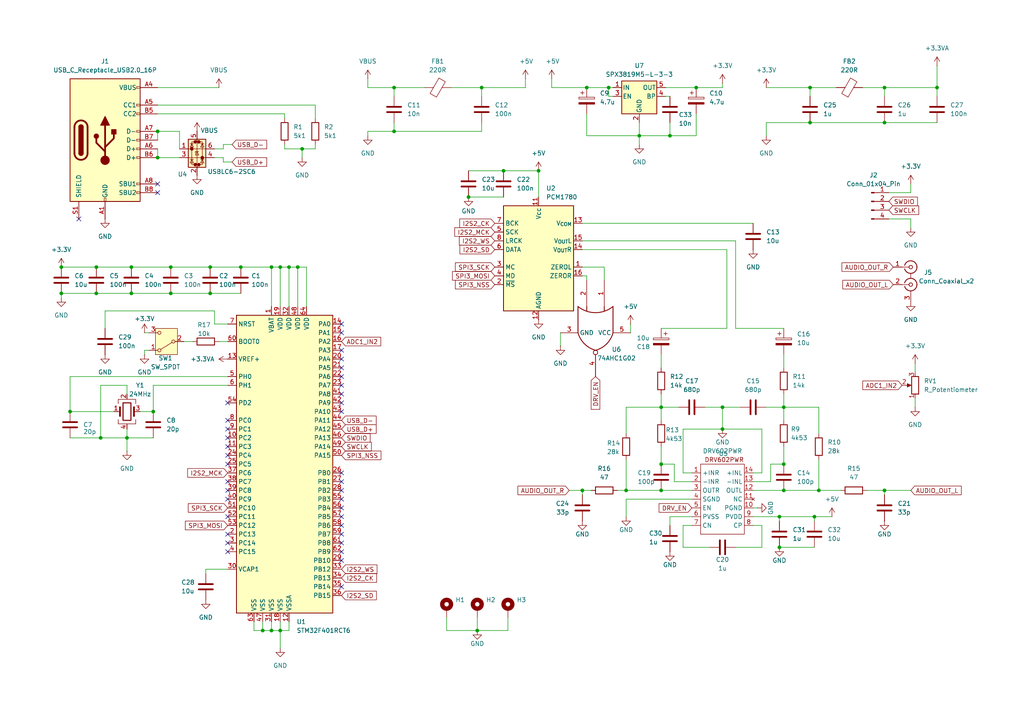
<source format=kicad_sch>
(kicad_sch (version 20231120) (generator "eeschema") (generator_version "8.0")
  (paper "A4")
  (title_block (title "STM32F4 USB Stereo Audio DAC") (date "2024-11-02") (rev "0.1") (company "n-acko"))
  (junction (at 49.53 77.47))
  (junction (at 191.77 118.11))
  (junction (at 17.78 77.47))
  (junction (at 226.06 149.86))
  (junction (at 38.1 85.09))
  (junction (at 38.1 77.47))
  (junction (at 138.43 182.88))
  (junction (at 209.55 124.46))
  (junction (at 17.78 85.09))
  (junction (at 83.82 77.47))
  (junction (at 139.7 25.4))
  (junction (at 60.96 85.09))
  (junction (at 201.93 25.4))
  (junction (at 27.94 85.09))
  (junction (at 191.77 142.24))
  (junction (at 20.32 119.38))
  (junction (at 146.05 49.53))
  (junction (at 78.74 77.47))
  (junction (at 81.28 77.47))
  (junction (at 234.95 35.56))
  (junction (at 156.21 49.53))
  (junction (at 209.55 118.11))
  (junction (at 256.54 35.56))
  (junction (at 135.89 57.15))
  (junction (at 36.83 127))
  (junction (at 256.54 142.24))
  (junction (at 86.36 77.47))
  (junction (at 191.77 134.62))
  (junction (at 81.28 182.88))
  (junction (at 49.53 85.09))
  (junction (at 237.49 142.24))
  (junction (at 170.18 25.4))
  (junction (at 27.94 77.47))
  (junction (at 44.45 119.38))
  (junction (at 29.21 127))
  (junction (at 45.72 45.72))
  (junction (at 227.33 118.11))
  (junction (at 87.63 43.18))
  (junction (at 227.33 134.62))
  (junction (at 181.61 142.24))
  (junction (at 114.3 38.1))
  (junction (at 226.06 158.75))
  (junction (at 227.33 142.24))
  (junction (at 114.3 25.4))
  (junction (at 271.78 25.4))
  (junction (at 256.54 25.4))
  (junction (at 76.2 182.88))
  (junction (at 194.31 39.37))
  (junction (at 60.96 77.47))
  (junction (at 45.72 38.1))
  (junction (at 78.74 182.88))
  (junction (at 176.53 25.4))
  (junction (at 69.85 77.47))
  (junction (at 236.22 149.86))
  (junction (at 185.42 39.37))
  (junction (at 168.91 142.24))
  (junction (at 234.95 25.4))
  (no_connect (at 99.06 116.84))
  (no_connect (at 99.06 93.98))
  (no_connect (at 99.06 139.7))
  (no_connect (at 99.06 111.76))
  (no_connect (at 66.04 127))
  (no_connect (at 99.06 101.6))
  (no_connect (at 99.06 147.32))
  (no_connect (at 66.04 154.94))
  (no_connect (at 66.04 134.62))
  (no_connect (at 66.04 157.48))
  (no_connect (at 66.04 124.46))
  (no_connect (at 66.04 116.84))
  (no_connect (at 66.04 129.54))
  (no_connect (at 99.06 157.48))
  (no_connect (at 99.06 104.14))
  (no_connect (at 66.04 121.92))
  (no_connect (at 99.06 170.18))
  (no_connect (at 99.06 144.78))
  (no_connect (at 99.06 149.86))
  (no_connect (at 99.06 154.94))
  (no_connect (at 45.72 53.34))
  (no_connect (at 99.06 109.22))
  (no_connect (at 99.06 152.4))
  (no_connect (at 45.72 55.88))
  (no_connect (at 66.04 132.08))
  (no_connect (at 99.06 162.56))
  (no_connect (at 22.86 63.5))
  (no_connect (at 66.04 142.24))
  (no_connect (at 66.04 160.02))
  (no_connect (at 66.04 139.7))
  (no_connect (at 99.06 137.16))
  (no_connect (at 99.06 96.52))
  (no_connect (at 99.06 106.68))
  (no_connect (at 66.04 144.78))
  (no_connect (at 99.06 142.24))
  (no_connect (at 99.06 160.02))
  (no_connect (at 66.04 149.86))
  (no_connect (at 99.06 119.38))
  (no_connect (at 99.06 114.3))
  (wire (pts (xy 73.66 182.88) (xy 76.2 182.88)))
  (wire (pts (xy 201.93 39.37) (xy 201.93 33.02)))
  (wire (pts (xy 29.21 111.76) (xy 29.21 127)))
  (wire (pts (xy 220.98 137.16) (xy 220.98 124.46)))
  (wire (pts (xy 62.23 90.17) (xy 62.23 93.98)))
  (wire (pts (xy 256.54 142.24) (xy 256.54 143.51)))
  (wire (pts (xy 194.31 149.86) (xy 194.31 152.4)))
  (wire (pts (xy 87.63 43.18) (xy 87.63 45.72)))
  (wire (pts (xy 170.18 25.4) (xy 176.53 25.4)))
  (wire (pts (xy 237.49 142.24) (xy 237.49 133.35)))
  (wire (pts (xy 60.96 77.47) (xy 69.85 77.47)))
  (wire (pts (xy 20.32 109.22) (xy 66.04 109.22)))
  (wire (pts (xy 106.68 25.4) (xy 114.3 25.4)))
  (wire (pts (xy 78.74 77.47) (xy 81.28 77.47)))
  (wire (pts (xy 81.28 182.88) (xy 81.28 187.96)))
  (wire (pts (xy 129.54 182.88) (xy 138.43 182.88)))
  (wire (pts (xy 59.69 165.1) (xy 59.69 166.37)))
  (wire (pts (xy 139.7 25.4) (xy 152.4 25.4)))
  (wire (pts (xy 147.32 179.07) (xy 147.32 182.88)))
  (wire (pts (xy 114.3 38.1) (xy 106.68 38.1)))
  (wire (pts (xy 226.06 158.75) (xy 236.22 158.75)))
  (wire (pts (xy 234.95 35.56) (xy 256.54 35.56)))
  (wire (pts (xy 264.16 53.34) (xy 264.16 55.88)))
  (wire (pts (xy 194.31 27.94) (xy 193.04 27.94)))
  (wire (pts (xy 168.91 80.01) (xy 170.18 80.01)))
  (wire (pts (xy 45.72 30.48) (xy 91.44 30.48)))
  (wire (pts (xy 78.74 77.47) (xy 78.74 88.9)))
  (wire (pts (xy 234.95 25.4) (xy 234.95 27.94)))
  (wire (pts (xy 181.61 149.86) (xy 181.61 144.78)))
  (wire (pts (xy 63.5 99.06) (xy 66.04 99.06)))
  (wire (pts (xy 64.77 45.72) (xy 64.77 46.99)))
  (wire (pts (xy 218.44 149.86) (xy 226.06 149.86)))
  (wire (pts (xy 170.18 39.37) (xy 170.18 33.02)))
  (wire (pts (xy 209.55 24.13) (xy 209.55 25.4)))
  (wire (pts (xy 237.49 118.11) (xy 227.33 118.11)))
  (wire (pts (xy 45.72 43.18) (xy 45.72 45.72)))
  (wire (pts (xy 45.72 45.72) (xy 52.07 45.72)))
  (wire (pts (xy 218.44 137.16) (xy 220.98 137.16)))
  (wire (pts (xy 91.44 30.48) (xy 91.44 34.29)))
  (wire (pts (xy 175.26 77.47) (xy 175.26 81.28)))
  (wire (pts (xy 218.44 142.24) (xy 227.33 142.24)))
  (wire (pts (xy 181.61 142.24) (xy 181.61 133.35)))
  (wire (pts (xy 156.21 49.53) (xy 156.21 57.15)))
  (wire (pts (xy 168.91 69.85) (xy 213.36 69.85)))
  (wire (pts (xy 236.22 149.86) (xy 241.3 149.86)))
  (wire (pts (xy 114.3 25.4) (xy 114.3 27.94)))
  (wire (pts (xy 17.78 85.09) (xy 27.94 85.09)))
  (wire (pts (xy 227.33 114.3) (xy 227.33 118.11)))
  (wire (pts (xy 135.89 57.15) (xy 146.05 57.15)))
  (wire (pts (xy 227.33 102.87) (xy 227.33 106.68)))
  (wire (pts (xy 256.54 35.56) (xy 271.78 35.56)))
  (wire (pts (xy 191.77 129.54) (xy 191.77 134.62)))
  (wire (pts (xy 200.66 142.24) (xy 191.77 142.24)))
  (wire (pts (xy 62.23 93.98) (xy 66.04 93.98)))
  (wire (pts (xy 76.2 182.88) (xy 78.74 182.88)))
  (wire (pts (xy 64.77 41.91) (xy 67.31 41.91)))
  (wire (pts (xy 82.55 43.18) (xy 87.63 43.18)))
  (wire (pts (xy 38.1 85.09) (xy 49.53 85.09)))
  (wire (pts (xy 29.21 127) (xy 36.83 127)))
  (wire (pts (xy 36.83 127) (xy 36.83 130.81)))
  (wire (pts (xy 237.49 125.73) (xy 237.49 118.11)))
  (wire (pts (xy 182.88 93.98) (xy 182.88 96.52)))
  (wire (pts (xy 45.72 33.02) (xy 82.55 33.02)))
  (wire (pts (xy 210.82 72.39) (xy 210.82 95.25)))
  (wire (pts (xy 62.23 43.18) (xy 64.77 43.18)))
  (wire (pts (xy 160.02 22.86) (xy 160.02 25.4)))
  (wire (pts (xy 62.23 45.72) (xy 64.77 45.72)))
  (wire (pts (xy 218.44 139.7) (xy 223.52 139.7)))
  (wire (pts (xy 222.25 35.56) (xy 222.25 39.37)))
  (wire (pts (xy 168.91 142.24) (xy 165.1 142.24)))
  (wire (pts (xy 36.83 127) (xy 44.45 127)))
  (wire (pts (xy 185.42 39.37) (xy 194.31 39.37)))
  (wire (pts (xy 201.93 25.4) (xy 209.55 25.4)))
  (wire (pts (xy 213.36 69.85) (xy 213.36 95.25)))
  (wire (pts (xy 200.66 152.4) (xy 198.12 152.4)))
  (wire (pts (xy 185.42 39.37) (xy 185.42 41.91)))
  (wire (pts (xy 17.78 85.09) (xy 17.78 86.36)))
  (wire (pts (xy 20.32 109.22) (xy 20.32 119.38)))
  (wire (pts (xy 69.85 77.47) (xy 78.74 77.47)))
  (wire (pts (xy 52.07 38.1) (xy 52.07 43.18)))
  (wire (pts (xy 135.89 49.53) (xy 146.05 49.53)))
  (wire (pts (xy 138.43 179.07) (xy 138.43 182.88)))
  (wire (pts (xy 53.34 99.06) (xy 55.88 99.06)))
  (wire (pts (xy 220.98 152.4) (xy 218.44 152.4)))
  (wire (pts (xy 87.63 43.18) (xy 91.44 43.18)))
  (wire (pts (xy 162.56 96.52) (xy 162.56 100.33)))
  (wire (pts (xy 168.91 142.24) (xy 168.91 143.51)))
  (wire (pts (xy 45.72 38.1) (xy 45.72 40.64)))
  (wire (pts (xy 171.45 142.24) (xy 168.91 142.24)))
  (wire (pts (xy 194.31 149.86) (xy 200.66 149.86)))
  (wire (pts (xy 33.02 119.38) (xy 20.32 119.38)))
  (wire (pts (xy 227.33 142.24) (xy 237.49 142.24)))
  (wire (pts (xy 200.66 139.7) (xy 195.58 139.7)))
  (wire (pts (xy 62.23 90.17) (xy 30.48 90.17)))
  (wire (pts (xy 114.3 38.1) (xy 139.7 38.1)))
  (wire (pts (xy 106.68 38.1) (xy 106.68 39.37)))
  (wire (pts (xy 73.66 180.34) (xy 73.66 182.88)))
  (wire (pts (xy 76.2 180.34) (xy 76.2 182.88)))
  (wire (pts (xy 160.02 25.4) (xy 170.18 25.4)))
  (wire (pts (xy 41.91 96.52) (xy 43.18 96.52)))
  (wire (pts (xy 213.36 95.25) (xy 227.33 95.25)))
  (wire (pts (xy 44.45 111.76) (xy 66.04 111.76)))
  (wire (pts (xy 198.12 152.4) (xy 198.12 158.75)))
  (wire (pts (xy 191.77 118.11) (xy 196.85 118.11)))
  (wire (pts (xy 170.18 80.01) (xy 170.18 81.28)))
  (wire (pts (xy 91.44 43.18) (xy 91.44 41.91)))
  (wire (pts (xy 64.77 46.99) (xy 67.31 46.99)))
  (wire (pts (xy 27.94 77.47) (xy 38.1 77.47)))
  (wire (pts (xy 181.61 118.11) (xy 191.77 118.11)))
  (wire (pts (xy 139.7 25.4) (xy 130.81 25.4)))
  (wire (pts (xy 195.58 139.7) (xy 195.58 134.62)))
  (wire (pts (xy 170.18 39.37) (xy 185.42 39.37)))
  (wire (pts (xy 45.72 38.1) (xy 52.07 38.1)))
  (wire (pts (xy 264.16 63.5) (xy 264.16 66.04)))
  (wire (pts (xy 209.55 118.11) (xy 209.55 124.46)))
  (wire (pts (xy 251.46 142.24) (xy 256.54 142.24)))
  (wire (pts (xy 106.68 22.86) (xy 106.68 25.4)))
  (wire (pts (xy 227.33 129.54) (xy 227.33 134.62)))
  (wire (pts (xy 227.33 121.92) (xy 227.33 118.11)))
  (wire (pts (xy 146.05 49.53) (xy 156.21 49.53)))
  (wire (pts (xy 81.28 180.34) (xy 81.28 182.88)))
  (wire (pts (xy 256.54 142.24) (xy 264.16 142.24)))
  (wire (pts (xy 36.83 111.76) (xy 29.21 111.76)))
  (wire (pts (xy 191.77 114.3) (xy 191.77 118.11)))
  (wire (pts (xy 193.04 25.4) (xy 201.93 25.4)))
  (wire (pts (xy 181.61 144.78) (xy 200.66 144.78)))
  (wire (pts (xy 200.66 137.16) (xy 198.12 137.16)))
  (wire (pts (xy 20.32 127) (xy 29.21 127)))
  (wire (pts (xy 78.74 180.34) (xy 78.74 182.88)))
  (wire (pts (xy 27.94 85.09) (xy 38.1 85.09)))
  (wire (pts (xy 38.1 77.47) (xy 49.53 77.47)))
  (wire (pts (xy 177.8 27.94) (xy 176.53 27.94)))
  (wire (pts (xy 86.36 77.47) (xy 88.9 77.47)))
  (wire (pts (xy 81.28 77.47) (xy 81.28 88.9)))
  (wire (pts (xy 168.91 64.77) (xy 218.44 64.77)))
  (wire (pts (xy 237.49 142.24) (xy 243.84 142.24)))
  (wire (pts (xy 264.16 55.88) (xy 257.81 55.88)))
  (wire (pts (xy 114.3 35.56) (xy 114.3 38.1)))
  (wire (pts (xy 41.91 101.6) (xy 43.18 101.6)))
  (wire (pts (xy 218.44 147.32) (xy 219.71 147.32)))
  (wire (pts (xy 265.43 115.57) (xy 265.43 118.11)))
  (wire (pts (xy 191.77 102.87) (xy 191.77 106.68)))
  (wire (pts (xy 198.12 124.46) (xy 209.55 124.46)))
  (wire (pts (xy 168.91 72.39) (xy 210.82 72.39)))
  (wire (pts (xy 191.77 121.92) (xy 191.77 118.11)))
  (wire (pts (xy 256.54 25.4) (xy 256.54 27.94)))
  (wire (pts (xy 226.06 149.86) (xy 236.22 149.86)))
  (wire (pts (xy 139.7 38.1) (xy 139.7 35.56)))
  (wire (pts (xy 81.28 182.88) (xy 83.82 182.88)))
  (wire (pts (xy 227.33 118.11) (xy 222.25 118.11)))
  (wire (pts (xy 265.43 105.41) (xy 265.43 107.95)))
  (wire (pts (xy 83.82 77.47) (xy 86.36 77.47)))
  (wire (pts (xy 195.58 134.62) (xy 191.77 134.62)))
  (wire (pts (xy 194.31 35.56) (xy 194.31 39.37)))
  (wire (pts (xy 83.82 77.47) (xy 83.82 88.9)))
  (wire (pts (xy 256.54 25.4) (xy 271.78 25.4)))
  (wire (pts (xy 220.98 158.75) (xy 220.98 152.4)))
  (wire (pts (xy 179.07 142.24) (xy 181.61 142.24)))
  (wire (pts (xy 147.32 182.88) (xy 138.43 182.88)))
  (wire (pts (xy 78.74 182.88) (xy 81.28 182.88)))
  (wire (pts (xy 257.81 63.5) (xy 264.16 63.5)))
  (wire (pts (xy 204.47 118.11) (xy 209.55 118.11)))
  (wire (pts (xy 191.77 142.24) (xy 181.61 142.24)))
  (wire (pts (xy 49.53 77.47) (xy 60.96 77.47)))
  (wire (pts (xy 222.25 35.56) (xy 234.95 35.56)))
  (wire (pts (xy 236.22 149.86) (xy 236.22 151.13)))
  (wire (pts (xy 44.45 119.38) (xy 44.45 111.76)))
  (wire (pts (xy 139.7 27.94) (xy 139.7 25.4)))
  (wire (pts (xy 250.19 25.4) (xy 256.54 25.4)))
  (wire (pts (xy 40.64 119.38) (xy 44.45 119.38)))
  (wire (pts (xy 86.36 77.47) (xy 86.36 88.9)))
  (wire (pts (xy 83.82 182.88) (xy 83.82 180.34)))
  (wire (pts (xy 36.83 124.46) (xy 36.83 127)))
  (wire (pts (xy 271.78 19.05) (xy 271.78 25.4)))
  (wire (pts (xy 168.91 77.47) (xy 175.26 77.47)))
  (wire (pts (xy 36.83 114.3) (xy 36.83 111.76)))
  (wire (pts (xy 81.28 77.47) (xy 83.82 77.47)))
  (wire (pts (xy 176.53 25.4) (xy 177.8 25.4)))
  (wire (pts (xy 198.12 158.75) (xy 205.74 158.75)))
  (wire (pts (xy 234.95 25.4) (xy 242.57 25.4)))
  (wire (pts (xy 114.3 25.4) (xy 123.19 25.4)))
  (wire (pts (xy 210.82 95.25) (xy 191.77 95.25)))
  (wire (pts (xy 181.61 125.73) (xy 181.61 118.11)))
  (wire (pts (xy 152.4 25.4) (xy 152.4 22.86)))
  (wire (pts (xy 88.9 77.47) (xy 88.9 88.9)))
  (wire (pts (xy 213.36 158.75) (xy 220.98 158.75)))
  (wire (pts (xy 129.54 179.07) (xy 129.54 182.88)))
  (wire (pts (xy 194.31 39.37) (xy 201.93 39.37)))
  (wire (pts (xy 49.53 85.09) (xy 60.96 85.09)))
  (wire (pts (xy 220.98 124.46) (xy 209.55 124.46)))
  (wire (pts (xy 66.04 165.1) (xy 59.69 165.1)))
  (wire (pts (xy 82.55 41.91) (xy 82.55 43.18)))
  (wire (pts (xy 223.52 139.7) (xy 223.52 134.62)))
  (wire (pts (xy 64.77 43.18) (xy 64.77 41.91)))
  (wire (pts (xy 30.48 90.17) (xy 30.48 95.25)))
  (wire (pts (xy 41.91 102.87) (xy 41.91 101.6)))
  (wire (pts (xy 185.42 35.56) (xy 185.42 39.37)))
  (wire (pts (xy 198.12 137.16) (xy 198.12 124.46)))
  (wire (pts (xy 60.96 85.09) (xy 69.85 85.09)))
  (wire (pts (xy 223.52 134.62) (xy 227.33 134.62)))
  (wire (pts (xy 82.55 33.02) (xy 82.55 34.29)))
  (wire (pts (xy 45.72 25.4) (xy 63.5 25.4)))
  (wire (pts (xy 222.25 25.4) (xy 234.95 25.4)))
  (wire (pts (xy 176.53 27.94) (xy 176.53 25.4)))
  (wire (pts (xy 214.63 118.11) (xy 209.55 118.11)))
  (wire (pts (xy 271.78 25.4) (xy 271.78 27.94)))
  (wire (pts (xy 17.78 77.47) (xy 27.94 77.47)))
  (wire (pts (xy 226.06 149.86) (xy 226.06 151.13)))
  (global_label "I2S2_WS" (shape input) (at 99.06 165.1 0) (property "Intersheetrefs" "${INTERSHEET_REFS}" (effects (hide yes))))
  (global_label "I2S2_MCK" (shape input) (at 143.51 67.31 180) (property "Intersheetrefs" "${INTERSHEET_REFS}" (effects (hide yes))))
  (global_label "AUDIO_OUT_R" (shape input) (at 259.08 77.47 180) (property "Intersheetrefs" "${INTERSHEET_REFS}" (effects (hide yes))))
  (global_label "USB_D+" (shape input) (at 67.31 46.99 0) (property "Intersheetrefs" "${INTERSHEET_REFS}" (effects (hide yes))))
  (global_label "SPI3_SCK" (shape input) (at 143.51 77.47 180) (property "Intersheetrefs" "${INTERSHEET_REFS}" (effects (hide yes))))
  (global_label "SWDIO" (shape input) (at 99.06 127 0) (property "Intersheetrefs" "${INTERSHEET_REFS}" (effects (hide yes))))
  (global_label "I2S2_WS" (shape input) (at 143.51 69.85 180) (property "Intersheetrefs" "${INTERSHEET_REFS}" (effects (hide yes))))
  (global_label "AUDIO_OUT_L" (shape input) (at 259.08 82.55 180) (property "Intersheetrefs" "${INTERSHEET_REFS}" (effects (hide yes))))
  (global_label "USB_D+" (shape input) (at 99.06 124.46 0) (property "Intersheetrefs" "${INTERSHEET_REFS}" (effects (hide yes))))
  (global_label "AUDIO_OUT_L" (shape input) (at 264.16 142.24 0) (property "Intersheetrefs" "${INTERSHEET_REFS}" (effects (hide yes))))
  (global_label "SWCLK" (shape input) (at 257.81 60.96 0) (property "Intersheetrefs" "${INTERSHEET_REFS}" (effects (hide yes))))
  (global_label "SPI3_NSS" (shape input) (at 99.06 132.08 0) (property "Intersheetrefs" "${INTERSHEET_REFS}" (effects (hide yes))))
  (global_label "SPI3_NSS" (shape input) (at 143.51 82.55 180) (property "Intersheetrefs" "${INTERSHEET_REFS}" (effects (hide yes))))
  (global_label "SPI3_MOSI" (shape input) (at 66.04 152.4 180) (property "Intersheetrefs" "${INTERSHEET_REFS}" (effects (hide yes))))
  (global_label "I2S2_SD" (shape input) (at 143.51 72.39 180) (property "Intersheetrefs" "${INTERSHEET_REFS}" (effects (hide yes))))
  (global_label "USB_D-" (shape input) (at 67.31 41.91 0) (property "Intersheetrefs" "${INTERSHEET_REFS}" (effects (hide yes))))
  (global_label "USB_D-" (shape input) (at 99.06 121.92 0) (property "Intersheetrefs" "${INTERSHEET_REFS}" (effects (hide yes))))
  (global_label "ADC1_IN2" (shape input) (at 99.06 99.06 0) (property "Intersheetrefs" "${INTERSHEET_REFS}" (effects (hide yes))))
  (global_label "DRV_EN" (shape input) (at 200.66 147.32 180) (property "Intersheetrefs" "${INTERSHEET_REFS}" (effects (hide yes))))
  (global_label "SWCLK" (shape input) (at 99.06 129.54 0) (property "Intersheetrefs" "${INTERSHEET_REFS}" (effects (hide yes))))
  (global_label "I2S2_CK" (shape input) (at 143.51 64.77 180) (property "Intersheetrefs" "${INTERSHEET_REFS}" (effects (hide yes))))
  (global_label "SPI3_MOSI" (shape input) (at 143.51 80.01 180) (property "Intersheetrefs" "${INTERSHEET_REFS}" (effects (hide yes))))
  (global_label "I2S2_MCK" (shape input) (at 66.04 137.16 180) (property "Intersheetrefs" "${INTERSHEET_REFS}" (effects (hide yes))))
  (global_label "ADC1_IN2" (shape input) (at 261.62 111.76 180) (property "Intersheetrefs" "${INTERSHEET_REFS}" (effects (hide yes))))
  (global_label "I2S2_SD" (shape input) (at 99.06 172.72 0) (property "Intersheetrefs" "${INTERSHEET_REFS}" (effects (hide yes))))
  (global_label "AUDIO_OUT_R" (shape input) (at 165.1 142.24 180) (property "Intersheetrefs" "${INTERSHEET_REFS}" (effects (hide yes))))
  (global_label "I2S2_CK" (shape input) (at 99.06 167.64 0) (property "Intersheetrefs" "${INTERSHEET_REFS}" (effects (hide yes))))
  (global_label "DRV_EN" (shape input) (at 172.72 109.22 270) (property "Intersheetrefs" "${INTERSHEET_REFS}" (effects (hide yes))))
  (global_label "SWDIO" (shape input) (at 257.81 58.42 0) (property "Intersheetrefs" "${INTERSHEET_REFS}" (effects (hide yes))))
  (global_label "SPI3_SCK" (shape input) (at 66.04 147.32 180) (property "Intersheetrefs" "${INTERSHEET_REFS}" (effects (hide yes))))
  (symbol (lib_id "Device:FerriteBead") (at 127 25.4 90) (unit 1)
    (property "Reference" "FB1" (at 126.9492 17.78 90))
    (property "Value" "220R" (at 126.9492 20.32 90))
    (property "Footprint" "Inductor_SMD:L_0603_1608Metric" (effects (hide yes)))
    (property "Description" "Ferrite bead" (effects (hide yes)))
  )
  (symbol (lib_id "power:+3.3V") (at 41.91 96.52 0) (unit 1)
    (property "Reference" "#PWR032" (effects (hide yes)))
    (property "Value" "+3.3V" (at 41.91 92.456 0))
    (property "Description" "Power symbol creates a global label with name \"+3.3V\"" (effects (hide yes)))
  )
  (symbol (lib_id "power:GND") (at 256.54 151.13 0) (unit 1)
    (property "Reference" "#PWR022" (effects (hide yes)))
    (property "Value" "GND" (at 256.54 154.94 0))
    (property "Description" "Power symbol creates a global label with name \"GND\" , ground" (effects (hide yes)))
  )
  (symbol (lib_id "Device:C") (at 200.66 118.11 270) (mirror x) (unit 1)
    (property "Reference" "C17" (at 200.66 110.49 90))
    (property "Value" "680p" (at 200.66 113.03 90))
    (property "Footprint" "Capacitor_SMD:C_0402_1005Metric" (effects (hide yes)))
    (property "Description" "Unpolarized capacitor" (effects (hide yes)))
  )
  (symbol (lib_id "Device:C") (at 49.53 81.28 0) (unit 1)
    (property "Reference" "C3" (at 53.34 80.0099 0) (effects (justify left)))
    (property "Value" "100n" (at 53.34 82.5499 0) (effects (justify left)))
    (property "Footprint" "Capacitor_SMD:C_0402_1005Metric" (effects (hide yes)))
    (property "Description" "Unpolarized capacitor" (effects (hide yes)))
  )
  (symbol (lib_id "Device:C_Polarized") (at 227.33 99.06 0) (unit 1)
    (property "Reference" "C16" (at 231.14 96.9009 0) (effects (justify left)))
    (property "Value" "10u" (at 231.14 99.4409 0) (effects (justify left)))
    (property "Footprint" "Capacitor_SMD:CP_Elec_3x5.4" (effects (hide yes)))
    (property "Description" "Polarized capacitor" (effects (hide yes)))
  )
  (symbol (lib_id "power:+5V") (at 156.21 49.53 0) (unit 1)
    (property "Reference" "#PWR013" (effects (hide yes)))
    (property "Value" "+5V" (at 156.21 44.45 0))
    (property "Description" "Power symbol creates a global label with name \"+5V\"" (effects (hide yes)))
  )
  (symbol (lib_id "Connector:Conn_01x04_Pin") (at 252.73 58.42 0) (unit 1)
    (property "Reference" "J2" (at 253.365 50.8 0))
    (property "Value" "Conn_01x04_Pin" (at 253.365 53.34 0))
    (property "Footprint" "Connector_PinHeader_2.54mm:PinHeader_1x04_P2.54mm_Vertical" (effects (hide yes)))
    (property "Description" "Generic connector, single row, 01x04, script generated" (effects (hide yes)))
  )
  (symbol (lib_id "power:+3.3VA") (at 271.78 19.05 0) (unit 1)
    (property "Reference" "#PWR026" (effects (hide yes)))
    (property "Value" "+3.3VA" (at 271.78 13.97 0))
    (property "Description" "Power symbol creates a global label with name \"+3.3VA\"" (effects (hide yes)))
  )
  (symbol (lib_id "Device:C") (at 135.89 53.34 0) (unit 1)
    (property "Reference" "C23" (at 139.7 52.0699 0) (effects (justify left)))
    (property "Value" "10u" (at 139.7 54.6099 0) (effects (justify left)))
    (property "Footprint" "Capacitor_SMD:C_0805_2012Metric" (effects (hide yes)))
    (property "Description" "Unpolarized capacitor" (effects (hide yes)))
  )
  (symbol (lib_id "Device:C_Polarized") (at 170.18 29.21 0) (unit 1)
    (property "Reference" "C9" (at 173.99 27.0509 0) (effects (justify left)))
    (property "Value" "4.7u" (at 173.99 29.5909 0) (effects (justify left)))
    (property "Footprint" "Capacitor_SMD:CP_Elec_4x5.4" (effects (hide yes)))
    (property "Description" "Polarized capacitor" (effects (hide yes)))
  )
  (symbol (lib_id "power:GND") (at 185.42 41.91 0) (unit 1)
    (property "Reference" "#PWR09" (effects (hide yes)))
    (property "Value" "GND" (at 185.42 46.99 0))
    (property "Description" "Power symbol creates a global label with name \"GND\" , ground" (effects (hide yes)))
  )
  (symbol (lib_id "Device:C") (at 44.45 123.19 0) (unit 1)
    (property "Reference" "C8" (at 48.26 121.9199 0) (effects (justify left)))
    (property "Value" "20p" (at 48.26 124.4599 0) (effects (justify left)))
    (property "Footprint" "Capacitor_SMD:C_0402_1005Metric" (effects (hide yes)))
    (property "Description" "Unpolarized capacitor" (effects (hide yes)))
  )
  (symbol (lib_id "power:VBUS") (at 63.5 25.4 0) (unit 1)
    (property "Reference" "#PWR05" (effects (hide yes)))
    (property "Value" "VBUS" (at 63.5 20.32 0))
    (property "Description" "Power symbol creates a global label with name \"VBUS\"" (effects (hide yes)))
  )
  (symbol (lib_id "power:+3.3V") (at 222.25 25.4 0) (unit 1)
    (property "Reference" "#PWR024" (effects (hide yes)))
    (property "Value" "+3.3V" (at 222.25 20.32 0))
    (property "Description" "Power symbol creates a global label with name \"+3.3V\"" (effects (hide yes)))
  )
  (symbol (lib_id "Device:C") (at 30.48 99.06 0) (unit 1)
    (property "Reference" "C29" (at 34.29 97.7899 0) (effects (justify left)))
    (property "Value" "100n" (at 34.29 100.3299 0) (effects (justify left)))
    (property "Footprint" "Capacitor_SMD:C_0402_1005Metric" (effects (hide yes)))
    (property "Description" "Unpolarized capacitor" (effects (hide yes)))
  )
  (symbol (lib_id "Device:R") (at 247.65 142.24 90) (unit 1)
    (property "Reference" "R15" (at 247.65 135.89 90))
    (property "Value" "47" (at 247.65 138.43 90))
    (property "Footprint" "Resistor_SMD:R_0603_1608Metric" (effects (hide yes)))
    (property "Description" "Resistor" (effects (hide yes)))
  )
  (symbol (lib_id "Device:C") (at 218.44 118.11 90) (unit 1)
    (property "Reference" "C15" (at 218.44 110.49 90))
    (property "Value" "680p" (at 218.44 113.03 90))
    (property "Footprint" "Capacitor_SMD:C_0402_1005Metric" (effects (hide yes)))
    (property "Description" "Unpolarized capacitor" (effects (hide yes)))
  )
  (symbol (lib_id "Regulator_Linear:SPX3819M5-L-3-3") (at 185.42 27.94 0) (unit 1)
    (property "Reference" "U7" (at 185.42 19.05 0))
    (property "Value" "SPX3819M5-L-3-3" (at 185.42 21.59 0))
    (property "Footprint" "Package_TO_SOT_SMD:SOT-23-5" (effects (hide yes)))
    (property "Datasheet" "https://www.exar.com/content/document.ashx?id=22106&languageid=1033&type=Datasheet&partnumber=SPX3819&filename=SPX3819.pdf&part=SPX3819" (effects (hide yes)))
    (property "Description" "500mA Low drop-out regulator, Fixed Output 3.3V, SOT-23-5" (effects (hide yes)))
  )
  (symbol (lib_id "Device:C") (at 27.94 81.28 0) (unit 1)
    (property "Reference" "C5" (at 31.75 80.0099 0) (effects (justify left)))
    (property "Value" "100n" (at 31.75 82.5499 0) (effects (justify left)))
    (property "Footprint" "Capacitor_SMD:C_0402_1005Metric" (effects (hide yes)))
    (property "Description" "Unpolarized capacitor" (effects (hide yes)))
  )
  (symbol (lib_id "power:GND") (at 57.15 50.8 0) (unit 1)
    (property "Reference" "#PWR016" (effects (hide yes)))
    (property "Value" "GND" (at 57.15 55.88 0))
    (property "Description" "Power symbol creates a global label with name \"GND\" , ground" (effects (hide yes)))
  )
  (symbol (lib_id "power:+3.3VA") (at 66.04 104.14 90) (unit 1)
    (property "Reference" "#PWR027" (effects (hide yes)))
    (property "Value" "+3.3VA" (at 62.23 104.1399 90) (effects (justify left)))
    (property "Description" "Power symbol creates a global label with name \"+3.3VA\"" (effects (hide yes)))
  )
  (symbol (lib_id "power:GND") (at 59.69 173.99 0) (unit 1)
    (property "Reference" "#PWR028" (effects (hide yes)))
    (property "Value" "GND" (at 59.69 179.07 0))
    (property "Description" "Power symbol creates a global label with name \"GND\" , ground" (effects (hide yes)))
  )
  (symbol (lib_id "Device:R") (at 227.33 110.49 0) (unit 1)
    (property "Reference" "R11" (at 229.87 109.2199 0) (effects (justify left)))
    (property "Value" "14k" (at 229.87 111.7599 0) (effects (justify left)))
    (property "Footprint" "Resistor_SMD:R_0402_1005Metric" (effects (hide yes)))
    (property "Description" "Resistor" (effects (hide yes)))
  )
  (symbol (lib_id "power:+3.3V") (at 209.55 24.13 0) (unit 1)
    (property "Reference" "#PWR08" (effects (hide yes)))
    (property "Value" "+3.3V" (at 209.55 19.05 0))
    (property "Description" "Power symbol creates a global label with name \"+3.3V\"" (effects (hide yes)))
  )
  (symbol (lib_id "Device:C") (at 209.55 158.75 270) (unit 1)
    (property "Reference" "C20" (at 209.55 162.306 90))
    (property "Value" "1u" (at 209.55 164.846 90))
    (property "Footprint" "Capacitor_SMD:C_0805_2012Metric" (effects (hide yes)))
    (property "Description" "Unpolarized capacitor" (effects (hide yes)))
  )
  (symbol (lib_id "Device:C") (at 146.05 53.34 0) (unit 1)
    (property "Reference" "C22" (at 149.86 52.0699 0) (effects (justify left)))
    (property "Value" "100n" (at 149.86 54.6099 0) (effects (justify left)))
    (property "Footprint" "Capacitor_SMD:C_0402_1005Metric" (effects (hide yes)))
    (property "Description" "Unpolarized capacitor" (effects (hide yes)))
  )
  (symbol (lib_id "power:GND") (at 106.68 39.37 0) (unit 1)
    (property "Reference" "#PWR018" (effects (hide yes)))
    (property "Value" "GND" (at 106.68 44.45 0))
    (property "Description" "Power symbol creates a global label with name \"GND\" , ground" (effects (hide yes)))
  )
  (symbol (lib_id "Device:R") (at 191.77 110.49 0) (mirror y) (unit 1)
    (property "Reference" "R12" (at 194.31 109.2199 0) (effects (justify right)))
    (property "Value" "14k" (at 194.31 111.7599 0) (effects (justify right)))
    (property "Footprint" "Resistor_SMD:R_0402_1005Metric" (effects (hide yes)))
    (property "Description" "Resistor" (effects (hide yes)))
  )
  (symbol (lib_id "Power_Protection:USBLC6-2SC6") (at 57.15 43.18 0) (unit 1)
    (property "Reference" "U4" (at 51.562 50.546 0) (effects (justify left)))
    (property "Value" "USBLC6-2SC6" (at 60.198 49.784 0) (effects (justify left)))
    (property "Footprint" "Package_TO_SOT_SMD:SOT-23-6" (effects (hide yes)))
    (property "Datasheet" "https://www.st.com/resource/en/datasheet/usblc6-2.pdf" (effects (hide yes)))
    (property "Description" "Very low capacitance ESD protection diode, 2 data-line, SOT-23-6" (effects (hide yes)))
  )
  (symbol (lib_id "Device:C") (at 256.54 147.32 0) (unit 1)
    (property "Reference" "C21" (at 260.35 146.0499 0) (effects (justify left)))
    (property "Value" "33p" (at 260.35 148.5899 0) (effects (justify left)))
    (property "Footprint" "Capacitor_SMD:C_0402_1005Metric" (effects (hide yes)))
    (property "Description" "Unpolarized capacitor" (effects (hide yes)))
  )
  (symbol (lib_id "Mechanical:MountingHole_Pad") (at 129.54 176.53 0) (unit 1) (exclude_from_sim yes) (in_bom no)
    (property "Reference" "H1" (at 132.08 173.9899 0) (effects (justify left)))
    (property "Value" "MountingHole_Pad" (effects (hide yes)))
    (property "Footprint" "MountingHole:MountingHole_2.2mm_M2_Pad_Via" (effects (hide yes)))
    (property "Description" "Mounting Hole with connection" (effects (hide yes)))
  )
  (symbol (lib_id "power:GND") (at 264.16 87.63 0) (unit 1)
    (property "Reference" "#PWR035" (effects (hide yes)))
    (property "Value" "GND" (at 264.16 92.71 0))
    (property "Description" "Power symbol creates a global label with name \"GND\" , ground" (effects (hide yes)))
  )
  (symbol (lib_id "power:GND") (at 264.16 66.04 0) (unit 1)
    (property "Reference" "#PWR034" (effects (hide yes)))
    (property "Value" "GND" (at 264.16 71.12 0))
    (property "Description" "Power symbol creates a global label with name \"GND\" , ground" (effects (hide yes)))
  )
  (symbol (lib_id "power:GND") (at 41.91 102.87 0) (unit 1)
    (property "Reference" "#PWR030" (effects (hide yes)))
    (property "Value" "GND" (at 41.91 107.95 0))
    (property "Description" "Power symbol creates a global label with name \"GND\" , ground" (effects (hide yes)))
  )
  (symbol (lib_id "power:GND") (at 265.43 118.11 0) (unit 1)
    (property "Reference" "#PWR036" (effects (hide yes)))
    (property "Value" "GND" (at 265.43 123.19 0))
    (property "Description" "Power symbol creates a global label with name \"GND\" , ground" (effects (hide yes)))
  )
  (symbol (lib_id "power:+5V") (at 160.02 22.86 0) (unit 1)
    (property "Reference" "#PWR07" (effects (hide yes)))
    (property "Value" "+5V" (at 160.274 17.78 0))
    (property "Description" "Power symbol creates a global label with name \"+5V\"" (effects (hide yes)))
  )
  (symbol (lib_id "power:GND") (at 138.43 182.88 0) (mirror y) (unit 1)
    (property "Reference" "#PWR011" (effects (hide yes)))
    (property "Value" "GND" (at 138.43 186.69 0))
    (property "Description" "Power symbol creates a global label with name \"GND\" , ground" (effects (hide yes)))
  )
  (symbol (lib_id "Device:FerriteBead") (at 246.38 25.4 90) (unit 1)
    (property "Reference" "FB2" (at 246.3292 17.78 90))
    (property "Value" "220R" (at 246.3292 20.32 90))
    (property "Footprint" "Inductor_SMD:L_0603_1608Metric" (effects (hide yes)))
    (property "Description" "Ferrite bead" (effects (hide yes)))
  )
  (symbol (lib_id "Device:C") (at 227.33 138.43 0) (unit 1)
    (property "Reference" "C14" (at 231.14 137.1599 0) (effects (justify left)))
    (property "Value" "100p" (at 231.14 139.6999 0) (effects (justify left)))
    (property "Footprint" "Capacitor_SMD:C_0402_1005Metric" (effects (hide yes)))
    (property "Description" "Unpolarized capacitor" (effects (hide yes)))
  )
  (symbol (lib_id "power:+5V") (at 241.3 149.86 0) (unit 1)
    (property "Reference" "#PWR043" (effects (hide yes)))
    (property "Value" "+5V" (at 241.3 144.78 0))
    (property "Description" "Power symbol creates a global label with name \"+5V\"" (effects (hide yes)))
  )
  (symbol (lib_id "power:VBUS") (at 57.15 38.1 0) (unit 1)
    (property "Reference" "#PWR015" (effects (hide yes)))
    (property "Value" "VBUS" (at 60.706 37.846 0))
    (property "Description" "Power symbol creates a global label with name \"VBUS\"" (effects (hide yes)))
  )
  (symbol (lib_id "power:VBUS") (at 106.68 22.86 0) (unit 1)
    (property "Reference" "#PWR017" (effects (hide yes)))
    (property "Value" "VBUS" (at 106.68 17.78 0))
    (property "Description" "Power symbol creates a global label with name \"VBUS\"" (effects (hide yes)))
  )
  (symbol (lib_id "Mechanical:MountingHole_Pad") (at 147.32 176.53 0) (unit 1) (exclude_from_sim yes) (in_bom no)
    (property "Reference" "H3" (at 149.86 173.9899 0) (effects (justify left)))
    (property "Value" "MountingHole_Pad" (effects (hide yes)))
    (property "Footprint" "MountingHole:MountingHole_2.2mm_M2_Pad_Via" (effects (hide yes)))
    (property "Description" "Mounting Hole with connection" (effects (hide yes)))
  )
  (symbol (lib_id "power:+3.3V") (at 17.78 77.47 0) (unit 1)
    (property "Reference" "#PWR01" (effects (hide yes)))
    (property "Value" "+3.3V" (at 17.78 72.39 0))
    (property "Description" "Power symbol creates a global label with name \"+3.3V\"" (effects (hide yes)))
  )
  (symbol (lib_id "power:GND") (at 226.06 158.75 0) (mirror y) (unit 1)
    (property "Reference" "#PWR042" (effects (hide yes)))
    (property "Value" "GND" (at 226.06 162.56 0))
    (property "Description" "Power symbol creates a global label with name \"GND\" , ground" (effects (hide yes)))
  )
  (symbol (lib_id "Device:Crystal_GND24") (at 36.83 119.38 0) (unit 1)
    (property "Reference" "Y1" (at 40.64 111.76 0))
    (property "Value" "24MHz" (at 40.64 114.3 0))
    (property "Footprint" "Crystal:Crystal_SMD_3225-4Pin_3.2x2.5mm" (effects (hide yes)))
    (property "Description" "Four pin crystal, GND on pins 2 and 4" (effects (hide yes)))
  )
  (symbol (lib_id "Device:C") (at 59.69 170.18 0) (unit 1)
    (property "Reference" "C28" (at 52.578 168.91 0) (effects (justify left)))
    (property "Value" "10u" (at 52.578 171.45 0) (effects (justify left)))
    (property "Footprint" "Capacitor_SMD:C_0805_2012Metric" (effects (hide yes)))
    (property "Description" "Unpolarized capacitor" (effects (hide yes)))
  )
  (symbol (lib_id "power:GND") (at 30.48 102.87 0) (unit 1)
    (property "Reference" "#PWR031" (effects (hide yes)))
    (property "Value" "GND" (at 30.48 107.95 0))
    (property "Description" "Power symbol creates a global label with name \"GND\" , ground" (effects (hide yes)))
  )
  (symbol (lib_id "Connector:Conn_Coaxial_x2") (at 264.16 80.01 0) (unit 1)
    (property "Reference" "J5" (at 267.97 79.0331 0) (effects (justify left)))
    (property "Value" "Conn_Coaxial_x2" (at 266.446 81.534 0) (effects (justify left)))
    (property "Footprint" "custom_lib:XDJK-0271-1650" (effects (hide yes)))
    (property "Description" "double coaxial connector (BNC, SMA, SMB, SMC, Cinch/RCA, LEMO, ...)" (effects (hide yes)))
  )
  (symbol (lib_id "Device:C_Polarized") (at 201.93 29.21 0) (unit 1)
    (property "Reference" "C10" (at 205.74 27.0509 0) (effects (justify left)))
    (property "Value" "4.7u" (at 205.74 29.5909 0) (effects (justify left)))
    (property "Footprint" "Capacitor_SMD:CP_Elec_4x5.4" (effects (hide yes)))
    (property "Description" "Polarized capacitor" (effects (hide yes)))
  )
  (symbol (lib_id "Device:C_Polarized") (at 191.77 99.06 0) (mirror y) (unit 1)
    (property "Reference" "C18" (at 184.658 100.584 0) (effects (justify right)))
    (property "Value" "10u" (at 184.658 98.044 0) (effects (justify right)))
    (property "Footprint" "Capacitor_SMD:CP_Elec_3x5.4" (effects (hide yes)))
    (property "Description" "Polarized capacitor" (effects (hide yes)))
  )
  (symbol (lib_id "Device:C") (at 20.32 123.19 0) (unit 1)
    (property "Reference" "C7" (at 24.13 123.1899 0) (effects (justify left)))
    (property "Value" "20p" (at 24.13 125.222 0) (effects (justify left)))
    (property "Footprint" "Capacitor_SMD:C_0402_1005Metric" (effects (hide yes)))
    (property "Description" "Unpolarized capacitor" (effects (hide yes)))
  )
  (symbol (lib_id "Device:R") (at 191.77 125.73 0) (mirror y) (unit 1)
    (property "Reference" "R13" (at 193.04 124.714 0) (effects (justify right)))
    (property "Value" "4k53" (at 193.04 127.254 0) (effects (justify right)))
    (property "Footprint" "Resistor_SMD:R_0402_1005Metric" (effects (hide yes)))
    (property "Description" "Resistor" (effects (hide yes)))
  )
  (symbol (lib_id "Switch:SW_SPDT") (at 48.26 99.06 180) (unit 1)
    (property "Reference" "SW1" (at 48.006 103.886 0))
    (property "Value" "SW_SPDT" (at 48.006 106.426 0))
    (property "Footprint" "custom_lib:JS102011JCQN" (effects (hide yes)))
    (property "Description" "Switch, single pole double throw" (effects (hide yes)))
  )
  (symbol (lib_id "Device:C") (at 191.77 138.43 0) (mirror y) (unit 1)
    (property "Reference" "C19" (at 184.912 137.16 0) (effects (justify right)))
    (property "Value" "100p" (at 184.912 139.7 0) (effects (justify right)))
    (property "Footprint" "Capacitor_SMD:C_0402_1005Metric" (effects (hide yes)))
    (property "Description" "Unpolarized capacitor" (effects (hide yes)))
  )
  (symbol (lib_id "Device:C") (at 17.78 81.28 0) (unit 1)
    (property "Reference" "C6" (at 21.59 80.0099 0) (effects (justify left)))
    (property "Value" "10u" (at 21.59 82.5499 0) (effects (justify left)))
    (property "Footprint" "Capacitor_SMD:C_0805_2012Metric" (effects (hide yes)))
    (property "Description" "Unpolarized capacitor" (effects (hide yes)))
  )
  (symbol (lib_id "74xGxx:74AHC1G02") (at 172.72 96.52 270) (unit 1)
    (property "Reference" "U6" (at 178.816 101.346 90))
    (property "Value" "74AHC1G02" (at 178.816 103.886 90))
    (property "Footprint" "Package_TO_SOT_SMD:SOT-23-5" (effects (hide yes)))
    (property "Datasheet" "http://www.ti.com/lit/sg/scyt129e/scyt129e.pdf" (effects (hide yes)))
    (property "Description" "Single NOR Gate, Low-Voltage CMOS" (effects (hide yes)))
  )
  (symbol (lib_id "Device:C") (at 226.06 154.94 0) (mirror y) (unit 1)
    (property "Reference" "C31" (at 229.87 153.6699 0) (effects (justify right)))
    (property "Value" "1u" (at 229.87 156.2099 0) (effects (justify right)))
    (property "Footprint" "Capacitor_SMD:C_0603_1608Metric" (effects (hide yes)))
    (property "Description" "Unpolarized capacitor" (effects (hide yes)))
  )
  (symbol (lib_id "Device:C") (at 194.31 31.75 0) (unit 1)
    (property "Reference" "C33" (at 196.85 33.274 0) (effects (justify left)))
    (property "Value" "10n" (at 196.85 35.814 0) (effects (justify left)))
    (property "Footprint" "Capacitor_SMD:C_0402_1005Metric" (effects (hide yes)))
    (property "Description" "Unpolarized capacitor" (effects (hide yes)))
  )
  (symbol (lib_id "Device:R") (at 59.69 99.06 90) (unit 1)
    (property "Reference" "R17" (at 59.182 94.234 90))
    (property "Value" "10k" (at 59.182 96.774 90))
    (property "Footprint" "Resistor_SMD:R_0603_1608Metric" (effects (hide yes)))
    (property "Description" "Resistor" (effects (hide yes)))
  )
  (symbol (lib_id "power:GND") (at 81.28 187.96 0) (unit 1)
    (property "Reference" "#PWR03" (effects (hide yes)))
    (property "Value" "GND" (at 81.28 193.04 0))
    (property "Description" "Power symbol creates a global label with name \"GND\" , ground" (effects (hide yes)))
  )
  (symbol (lib_id "power:+5V") (at 152.4 22.86 0) (unit 1)
    (property "Reference" "#PWR019" (effects (hide yes)))
    (property "Value" "+5V" (at 152.654 17.78 0))
    (property "Description" "Power symbol creates a global label with name \"+5V\"" (effects (hide yes)))
  )
  (symbol (lib_id "Connector:USB_C_Receptacle_USB2.0_16P") (at 30.48 40.64 0) (unit 1)
    (property "Reference" "J1" (at 30.48 17.78 0))
    (property "Value" "USB_C_Receptacle_USB2.0_16P" (at 30.48 20.32 0))
    (property "Footprint" "Connector_USB:USB_C_Receptacle_G-Switch_GT-USB-7010ASV" (effects (hide yes)))
    (property "Datasheet" "https://www.usb.org/sites/default/files/documents/usb_type-c.zip" (effects (hide yes)))
    (property "Description" "USB 2.0-only 16P Type-C Receptacle connector" (effects (hide yes)))
  )
  (symbol (lib_id "custom_library:DRV602PWR") (at 203.2 137.16 0) (unit 1)
    (property "Reference" "U5" (at 209.804 131.572 0))
    (property "Value" "DRV602PWR" (at 209.55 130.81 0))
    (property "Footprint" "Package_SO:TSSOP-14_4.4x5mm_P0.65mm" (effects (hide yes)))
  )
  (symbol (lib_id "Mechanical:MountingHole_Pad") (at 138.43 176.53 0) (unit 1) (exclude_from_sim yes) (in_bom no)
    (property "Reference" "H2" (at 140.97 173.9899 0) (effects (justify left)))
    (property "Value" "MountingHole_Pad" (effects (hide yes)))
    (property "Footprint" "MountingHole:MountingHole_2.2mm_M2_Pad_Via" (effects (hide yes)))
    (property "Description" "Mounting Hole with connection" (effects (hide yes)))
  )
  (symbol (lib_id "Audio:PCM1780") (at 156.21 74.93 0) (unit 1)
    (property "Reference" "U2" (at 158.4041 54.61 0) (effects (justify left)))
    (property "Value" "PCM1780" (at 158.4041 57.15 0) (effects (justify left)))
    (property "Footprint" "Package_SO:SSOP-16_3.9x4.9mm_P0.635mm" (effects (hide yes)))
    (property "Datasheet" "https://www.ti.com/lit/ds/symlink/pcm1780.pdf" (effects (hide yes)))
    (property "Description" "24-bit, 192-kHz sampling, Stereo Audio DAC, SSOP-16" (effects (hide yes)))
  )
  (symbol (lib_id "power:GND") (at 194.31 160.02 0) (mirror y) (unit 1)
    (property "Reference" "#PWR040" (effects (hide yes)))
    (property "Value" "GND" (at 194.31 163.83 0))
    (property "Description" "Power symbol creates a global label with name \"GND\" , ground" (effects (hide yes)))
  )
  (symbol (lib_id "Device:R") (at 91.44 38.1 0) (unit 1)
    (property "Reference" "R2" (at 93.98 36.8299 0) (effects (justify left)))
    (property "Value" "5k1" (at 93.98 39.3699 0) (effects (justify left)))
    (property "Footprint" "Resistor_SMD:R_0603_1608Metric" (effects (hide yes)))
    (property "Description" "Resistor" (effects (hide yes)))
  )
  (symbol (lib_id "Device:C") (at 236.22 154.94 0) (mirror y) (unit 1)
    (property "Reference" "C32" (at 240.03 153.6699 0) (effects (justify right)))
    (property "Value" "10u" (at 240.03 156.2099 0) (effects (justify right)))
    (property "Footprint" "Capacitor_SMD:C_0805_2012Metric" (effects (hide yes)))
    (property "Description" "Unpolarized capacitor" (effects (hide yes)))
  )
  (symbol (lib_id "power:GND") (at 209.55 124.46 0) (unit 1)
    (property "Reference" "#PWR021" (effects (hide yes)))
    (property "Value" "GND" (at 209.55 128.27 0))
    (property "Description" "Power symbol creates a global label with name \"GND\" , ground" (effects (hide yes)))
  )
  (symbol (lib_id "Device:R") (at 82.55 38.1 0) (unit 1)
    (property "Reference" "R1" (at 85.09 36.8299 0) (effects (justify left)))
    (property "Value" "5k1" (at 85.09 39.3699 0) (effects (justify left)))
    (property "Footprint" "Resistor_SMD:R_0603_1608Metric" (effects (hide yes)))
    (property "Description" "Resistor" (effects (hide yes)))
  )
  (symbol (lib_id "Device:C") (at 218.44 68.58 0) (unit 1)
    (property "Reference" "C13" (at 222.25 67.3099 0) (effects (justify left)))
    (property "Value" "10u" (at 222.25 69.8499 0) (effects (justify left)))
    (property "Footprint" "Capacitor_SMD:C_0805_2012Metric" (effects (hide yes)))
    (property "Description" "Unpolarized capacitor" (effects (hide yes)))
  )
  (symbol (lib_id "power:GND") (at 219.71 147.32 90) (mirror x) (unit 1)
    (property "Reference" "#PWR044" (effects (hide yes)))
    (property "Value" "GND" (at 223.52 147.32 0))
    (property "Description" "Power symbol creates a global label with name \"GND\" , ground" (effects (hide yes)))
  )
  (symbol (lib_id "Device:C") (at 114.3 31.75 0) (unit 1)
    (property "Reference" "C11" (at 118.11 30.4799 0) (effects (justify left)))
    (property "Value" "10n" (at 118.11 33.0199 0) (effects (justify left)))
    (property "Footprint" "Capacitor_SMD:C_0402_1005Metric" (effects (hide yes)))
    (property "Description" "Unpolarized capacitor" (effects (hide yes)))
  )
  (symbol (lib_id "Device:R_Potentiometer") (at 265.43 111.76 180) (unit 1)
    (property "Reference" "RV1" (at 267.97 110.4899 0) (effects (justify right)))
    (property "Value" "R_Potentiometer" (at 267.97 113.0299 0) (effects (justify right)))
    (property "Footprint" "Potentiometer_THT:Potentiometer_Alps_RK163_Single_Horizontal" (effects (hide yes)))
    (property "Description" "Potentiometer" (effects (hide yes)))
  )
  (symbol (lib_id "Device:C") (at 168.91 147.32 0) (mirror y) (unit 1)
    (property "Reference" "C24" (at 165.1 146.0499 0) (effects (justify left)))
    (property "Value" "33p" (at 165.1 148.5899 0) (effects (justify left)))
    (property "Footprint" "Capacitor_SMD:C_0402_1005Metric" (effects (hide yes)))
    (property "Description" "Unpolarized capacitor" (effects (hide yes)))
  )
  (symbol (lib_id "power:GND") (at 156.21 92.71 0) (unit 1)
    (property "Reference" "#PWR012" (effects (hide yes)))
    (property "Value" "GND" (at 156.21 97.79 0))
    (property "Description" "Power symbol creates a global label with name \"GND\" , ground" (effects (hide yes)))
  )
  (symbol (lib_id "power:GND") (at 181.61 149.86 0) (mirror y) (unit 1)
    (property "Reference" "#PWR041" (effects (hide yes)))
    (property "Value" "GND" (at 181.61 153.67 0))
    (property "Description" "Power symbol creates a global label with name \"GND\" , ground" (effects (hide yes)))
  )
  (symbol (lib_id "Device:R") (at 181.61 129.54 0) (mirror y) (unit 1)
    (property "Reference" "R14" (at 176.022 128.524 0) (effects (justify right)))
    (property "Value" "28k" (at 176.022 131.064 0) (effects (justify right)))
    (property "Footprint" "Resistor_SMD:R_0402_1005Metric" (effects (hide yes)))
    (property "Description" "Resistor" (effects (hide yes)))
  )
  (symbol (lib_id "power:GND") (at 218.44 72.39 0) (unit 1)
    (property "Reference" "#PWR020" (effects (hide yes)))
    (property "Value" "GND" (at 218.44 77.47 0))
    (property "Description" "Power symbol creates a global label with name \"GND\" , ground" (effects (hide yes)))
  )
  (symbol (lib_id "power:+3.3V") (at 264.16 53.34 0) (unit 1)
    (property "Reference" "#PWR033" (effects (hide yes)))
    (property "Value" "+3.3V" (at 264.16 48.26 0))
    (property "Description" "Power symbol creates a global label with name \"+3.3V\"" (effects (hide yes)))
  )
  (symbol (lib_id "MCU_ST_STM32F4:STM32F401RCTx") (at 81.28 134.62 0) (unit 1)
    (property "Reference" "U1" (at 86.0141 180.34 0) (effects (justify left)))
    (property "Value" "STM32F401RCT6" (at 86.0141 182.88 0) (effects (justify left)))
    (property "Footprint" "Package_QFP:LQFP-64_10x10mm_P0.5mm" (effects (hide yes)))
    (property "Datasheet" "https://www.st.com/resource/en/datasheet/stm32f401rc.pdf" (effects (hide yes)))
    (property "Description" "STMicroelectronics Arm Cortex-M4 MCU, 256KB flash, 64KB RAM, 84 MHz, 1.7-3.6V, 50 GPIO, LQFP64" (effects (hide yes)))
  )
  (symbol (lib_id "Device:C") (at 139.7 31.75 0) (unit 1)
    (property "Reference" "C12" (at 143.51 30.4799 0) (effects (justify left)))
    (property "Value" "100n" (at 143.51 33.0199 0) (effects (justify left)))
    (property "Footprint" "Capacitor_SMD:C_0402_1005Metric" (effects (hide yes)))
    (property "Description" "Unpolarized capacitor" (effects (hide yes)))
  )
  (symbol (lib_id "power:GND") (at 17.78 86.36 0) (unit 1)
    (property "Reference" "#PWR02" (effects (hide yes)))
    (property "Value" "GND" (at 17.78 91.44 0))
    (property "Description" "Power symbol creates a global label with name \"GND\" , ground" (effects (hide yes)))
  )
  (symbol (lib_id "power:GND") (at 135.89 57.15 0) (unit 1)
    (property "Reference" "#PWR029" (effects (hide yes)))
    (property "Value" "GND" (at 135.89 61.214 0))
    (property "Description" "Power symbol creates a global label with name \"GND\" , ground" (effects (hide yes)))
  )
  (symbol (lib_id "power:GND") (at 87.63 45.72 0) (unit 1)
    (property "Reference" "#PWR04" (effects (hide yes)))
    (property "Value" "GND" (at 87.63 50.8 0))
    (property "Description" "Power symbol creates a global label with name \"GND\" , ground" (effects (hide yes)))
  )
  (symbol (lib_id "power:+5V") (at 182.88 93.98 0) (unit 1)
    (property "Reference" "#PWR038" (effects (hide yes)))
    (property "Value" "+5V" (at 182.88 88.9 0))
    (property "Description" "Power symbol creates a global label with name \"+5V\"" (effects (hide yes)))
  )
  (symbol (lib_id "power:GND") (at 162.56 100.33 0) (unit 1)
    (property "Reference" "#PWR039" (effects (hide yes)))
    (property "Value" "GND" (at 162.56 105.41 0))
    (property "Description" "Power symbol creates a global label with name \"GND\" , ground" (effects (hide yes)))
  )
  (symbol (lib_id "Device:C") (at 234.95 31.75 0) (unit 1)
    (property "Reference" "C25" (at 238.76 30.4799 0) (effects (justify left)))
    (property "Value" "1u" (at 238.76 33.0199 0) (effects (justify left)))
    (property "Footprint" "Capacitor_SMD:C_0805_2012Metric" (effects (hide yes)))
    (property "Description" "Unpolarized capacitor" (effects (hide yes)))
  )
  (symbol (lib_id "power:GND") (at 36.83 130.81 0) (unit 1)
    (property "Reference" "#PWR010" (effects (hide yes)))
    (property "Value" "GND" (at 36.83 135.89 0))
    (property "Description" "Power symbol creates a global label with name \"GND\" , ground" (effects (hide yes)))
  )
  (symbol (lib_id "Device:C") (at 69.85 81.28 0) (unit 1)
    (property "Reference" "C1" (at 72.898 80.01 0) (effects (justify left)))
    (property "Value" "100n" (at 72.898 82.55 0) (effects (justify left)))
    (property "Footprint" "Capacitor_SMD:C_0402_1005Metric" (effects (hide yes)))
    (property "Description" "Unpolarized capacitor" (effects (hide yes)))
  )
  (symbol (lib_id "power:GND") (at 168.91 151.13 0) (mirror y) (unit 1)
    (property "Reference" "#PWR023" (effects (hide yes)))
    (property "Value" "GND" (at 168.91 154.94 0))
    (property "Description" "Power symbol creates a global label with name \"GND\" , ground" (effects (hide yes)))
  )
  (symbol (lib_id "Device:C") (at 38.1 81.28 0) (unit 1)
    (property "Reference" "C4" (at 41.91 80.0099 0) (effects (justify left)))
    (property "Value" "100n" (at 41.91 82.5499 0) (effects (justify left)))
    (property "Footprint" "Capacitor_SMD:C_0402_1005Metric" (effects (hide yes)))
    (property "Description" "Unpolarized capacitor" (effects (hide yes)))
  )
  (symbol (lib_id "power:+3.3V") (at 265.43 105.41 0) (unit 1)
    (property "Reference" "#PWR037" (effects (hide yes)))
    (property "Value" "+3.3V" (at 265.43 100.33 0))
    (property "Description" "Power symbol creates a global label with name \"+3.3V\"" (effects (hide yes)))
  )
  (symbol (lib_id "Device:R") (at 175.26 142.24 270) (mirror x) (unit 1)
    (property "Reference" "R16" (at 175.26 135.89 90))
    (property "Value" "47" (at 175.26 138.43 90))
    (property "Footprint" "Resistor_SMD:R_0603_1608Metric" (effects (hide yes)))
    (property "Description" "Resistor" (effects (hide yes)))
  )
  (symbol (lib_id "Device:C") (at 60.96 81.28 0) (unit 1)
    (property "Reference" "C2" (at 63.5 80.01 0) (effects (justify left)))
    (property "Value" "100n" (at 63.5 82.55 0) (effects (justify left)))
    (property "Footprint" "Capacitor_SMD:C_0402_1005Metric" (effects (hide yes)))
    (property "Description" "Unpolarized capacitor" (effects (hide yes)))
  )
  (symbol (lib_id "power:GND") (at 30.48 63.5 0) (unit 1)
    (property "Reference" "#PWR06" (effects (hide yes)))
    (property "Value" "GND" (at 30.48 68.58 0))
    (property "Description" "Power symbol creates a global label with name \"GND\" , ground" (effects (hide yes)))
  )
  (symbol (lib_id "Device:R") (at 237.49 129.54 0) (unit 1)
    (property "Reference" "R10" (at 240.03 128.2699 0) (effects (justify left)))
    (property "Value" "28k" (at 240.03 130.8099 0) (effects (justify left)))
    (property "Footprint" "Resistor_SMD:R_0402_1005Metric" (effects (hide yes)))
    (property "Description" "Resistor" (effects (hide yes)))
  )
  (symbol (lib_id "Device:C") (at 194.31 156.21 0) (mirror y) (unit 1)
    (property "Reference" "C30" (at 188.214 154.686 0) (effects (justify right)))
    (property "Value" "1u" (at 188.214 157.226 0) (effects (justify right)))
    (property "Footprint" "Capacitor_SMD:C_0603_1608Metric" (effects (hide yes)))
    (property "Description" "Unpolarized capacitor" (effects (hide yes)))
  )
  (symbol (lib_id "Device:R") (at 227.33 125.73 0) (unit 1)
    (property "Reference" "R9" (at 229.362 124.46 0) (effects (justify left)))
    (property "Value" "4k53" (at 229.362 127 0) (effects (justify left)))
    (property "Footprint" "Resistor_SMD:R_0402_1005Metric" (effects (hide yes)))
    (property "Description" "Resistor" (effects (hide yes)))
  )
  (symbol (lib_id "Device:C") (at 256.54 31.75 0) (unit 1)
    (property "Reference" "C26" (at 260.35 30.4799 0) (effects (justify left)))
    (property "Value" "1u" (at 260.35 33.0199 0) (effects (justify left)))
    (property "Footprint" "Capacitor_SMD:C_0805_2012Metric" (effects (hide yes)))
    (property "Description" "Unpolarized capacitor" (effects (hide yes)))
  )
  (symbol (lib_id "power:GND") (at 222.25 39.37 0) (unit 1)
    (property "Reference" "#PWR025" (effects (hide yes)))
    (property "Value" "GND" (at 222.25 44.45 0))
    (property "Description" "Power symbol creates a global label with name \"GND\" , ground" (effects (hide yes)))
  )
  (symbol (lib_id "Device:C") (at 271.78 31.75 0) (unit 1)
    (property "Reference" "C27" (at 275.59 30.4799 0) (effects (justify left)))
    (property "Value" "100n" (at 275.59 33.0199 0) (effects (justify left)))
    (property "Footprint" "Capacitor_SMD:C_0402_1005Metric" (effects (hide yes)))
    (property "Description" "Unpolarized capacitor" (effects (hide yes)))
  )
)
</source>
